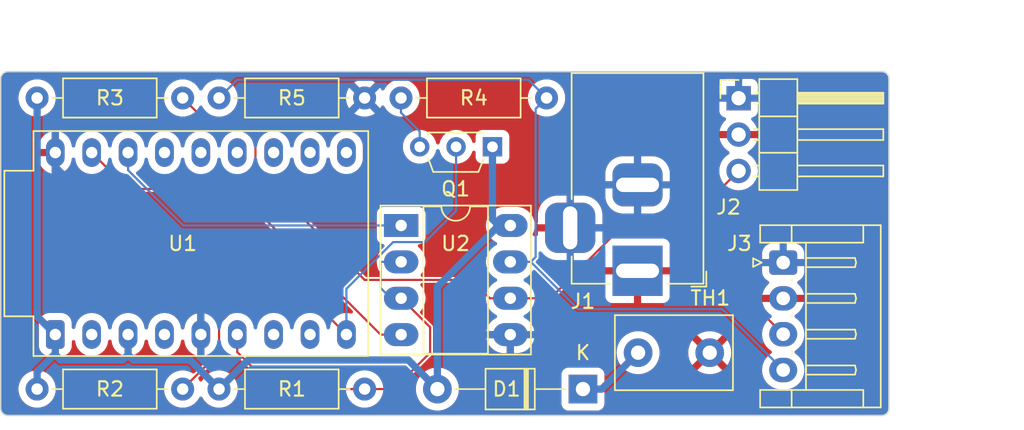
<source format=kicad_pcb>
(kicad_pcb (version 20240108) (generator "pcbnew") (generator_version "8.0")
  (layers (0 "F.Cu" signal) (31 "B.Cu" signal) (34 "B.Paste" user) (35 "F.Paste" user) (36 "B.SilkS" user "B.Silkscreen") (37 "F.SilkS" user "F.Silkscreen") (38 "B.Mask" user) (39 "F.Mask" user) (44 "Edge.Cuts" user))
  (net 0 "")
  (net 1 "GND")
  (net 2 "VCC")
  (net 3 "Net-(U1-CBUS0)")
  (net 4 "/~{EN_4PIN}")
  (net 5 "Net-(U1-TXD)")
  (net 6 "Net-(U1-RXD)")
  (net 7 "Net-(D1-K)")
  (net 8 "Net-(D1-A)")
  (net 9 "/RS485A")
  (net 10 "/RS485B")
  (net 11 "Net-(Q1-S)")
  (footprint "Resistor_THT:R_Axial_DIN0207_L6.3mm_D2.5mm_P10.16mm_Horizontal" (layer "F.Cu") (at 112.7 51.84 180)
    (property "Reference" "R3" (at 5.08 0 180) (layer "F.SilkS"))
    (property "Value" "5.1k")
    (fp_line (start 9.12 0) (end 8.35 0) (stroke (width 0.12)) (layer "F.SilkS"))
    (fp_line (start 8.35 1.37) (end 8.35 -1.37) (stroke (width 0.12)) (layer "F.SilkS"))
    (fp_line (start 8.35 -1.37) (end 1.81 -1.37) (stroke (width 0.12)) (layer "F.SilkS"))
    (fp_line (start 1.81 1.37) (end 8.35 1.37) (stroke (width 0.12)) (layer "F.SilkS"))
    (fp_line (start 1.81 -1.37) (end 1.81 1.37) (stroke (width 0.12)) (layer "F.SilkS"))
    (fp_line (start 1.04 0) (end 1.81 0) (stroke (width 0.12)) (layer "F.SilkS"))
    (pad "1" thru_hole circle (at 0 0 180) (size 1.6 1.6) (drill 0.8) (layers "*.Cu" "*.Mask") (net 9 "/RS485A"))
    (pad "2" thru_hole oval (at 10.16 0 180) (size 1.6 1.6) (drill 0.8) (layers "*.Cu" "*.Mask") (net 8 "Net-(D1-A)"))
  )
  (footprint "Resistor_THT:R_Axial_DIN0207_L6.3mm_D2.5mm_P10.16mm_Horizontal" (layer "F.Cu") (at 125.4 72.16 180)
    (property "Reference" "R1" (at 5.08 0 180) (layer "F.SilkS"))
    (property "Value" "5.1k")
    (fp_line (start 9.12 0) (end 8.35 0) (stroke (width 0.12)) (layer "F.SilkS"))
    (fp_line (start 8.35 1.37) (end 8.35 -1.37) (stroke (width 0.12)) (layer "F.SilkS"))
    (fp_line (start 8.35 -1.37) (end 1.81 -1.37) (stroke (width 0.12)) (layer "F.SilkS"))
    (fp_line (start 1.81 1.37) (end 8.35 1.37) (stroke (width 0.12)) (layer "F.SilkS"))
    (fp_line (start 1.81 -1.37) (end 1.81 1.37) (stroke (width 0.12)) (layer "F.SilkS"))
    (fp_line (start 1.04 0) (end 1.81 0) (stroke (width 0.12)) (layer "F.SilkS"))
    (pad "1" thru_hole circle (at 0 0 180) (size 1.6 1.6) (drill 0.8) (layers "*.Cu" "*.Mask") (net 3 "Net-(U1-CBUS0)"))
    (pad "2" thru_hole oval (at 10.16 0 180) (size 1.6 1.6) (drill 0.8) (layers "*.Cu" "*.Mask") (net 8 "Net-(D1-A)"))
  )
  (footprint "Resistor_THT:R_Axial_DIN0207_L6.3mm_D2.5mm_P10.16mm_Horizontal" (layer "F.Cu") (at 125.4 51.84 180)
    (property "Reference" "R5" (at 5.08 0 180) (layer "F.SilkS"))
    (property "Value" "5.1k")
    (fp_line (start 9.12 0) (end 8.35 0) (stroke (width 0.12)) (layer "F.SilkS"))
    (fp_line (start 8.35 1.37) (end 8.35 -1.37) (stroke (width 0.12)) (layer "F.SilkS"))
    (fp_line (start 8.35 -1.37) (end 1.81 -1.37) (stroke (width 0.12)) (layer "F.SilkS"))
    (fp_line (start 1.81 1.37) (end 8.35 1.37) (stroke (width 0.12)) (layer "F.SilkS"))
    (fp_line (start 1.81 -1.37) (end 1.81 1.37) (stroke (width 0.12)) (layer "F.SilkS"))
    (fp_line (start 1.04 0) (end 1.81 0) (stroke (width 0.12)) (layer "F.SilkS"))
    (pad "1" thru_hole circle (at 0 0 180) (size 1.6 1.6) (drill 0.8) (layers "*.Cu" "*.Mask") (net 1 "GND"))
    (pad "2" thru_hole oval (at 10.16 0 180) (size 1.6 1.6) (drill 0.8) (layers "*.Cu" "*.Mask") (net 10 "/RS485B"))
  )
  (footprint "Connector_JST:JST_EH_S4B-EH_1x04_P2.50mm_Horizontal" (layer "F.Cu") (at 154.6175 63.33 -90)
    (property "Reference" "J3" (at -1.33 3.0555 180) (layer "F.SilkS"))
    (property "Value" "Conn_01x04_Pin")
    (fp_line (start -0.3 2.1) (end 0.3 2.1) (stroke (width 0.12)) (layer "F.SilkS"))
    (fp_line (start 0.3 2.1) (end 0 1.5) (stroke (width 0.12)) (layer "F.SilkS"))
    (fp_line (start -2.61 1.61) (end -2.61 -6.81) (stroke (width 0.12)) (layer "F.SilkS"))
    (fp_line (start -1.39 1.61) (end -2.61 1.61) (stroke (width 0.12)) (layer "F.SilkS"))
    (fp_line (start 8.89 1.61) (end 8.89 -0.59) (stroke (width 0.12)) (layer "F.SilkS"))
    (fp_line (start 10.11 1.61) (end 8.89 1.61) (stroke (width 0.12)) (layer "F.SilkS"))
    (fp_line (start 0 1.5) (end -0.3 2.1) (stroke (width 0.12)) (layer "F.SilkS"))
    (fp_line (start -1.39 -0.59) (end -1.39 1.61) (stroke (width 0.12)) (layer "F.SilkS"))
    (fp_line (start -1.39 -0.59) (end -2.61 -0.59) (stroke (width 0.12)) (layer "F.SilkS"))
    (fp_line (start 1.17 -0.59) (end 1.33 -0.59) (stroke (width 0.12)) (layer "F.SilkS"))
    (fp_line (start 3.67 -0.59) (end 3.83 -0.59) (stroke (width 0.12)) (layer "F.SilkS"))
    (fp_line (start 6.17 -0.59) (end 6.33 -0.59) (stroke (width 0.12)) (layer "F.SilkS"))
    (fp_line (start 8.89 -0.59) (end 10.11 -0.59) (stroke (width 0.12)) (layer "F.SilkS"))
    (fp_line (start -1.39 -1.59) (end 8.89 -1.59) (stroke (width 0.12)) (layer "F.SilkS"))
    (fp_line (start -0.32 -1.59) (end -0.32 -5.01) (stroke (width 0.12)) (layer "F.SilkS"))
    (fp_line (start 0 -1.59) (end -0.32 -1.59) (stroke (width 0.12)) (layer "F.SilkS"))
    (fp_line (start 0.32 -1.59) (end 0 -1.59) (stroke (width 0.12)) (layer "F.SilkS"))
    (fp_line (start 2.18 -1.59) (end 2.18 -5.01) (stroke (width 0.12)) (layer "F.SilkS"))
    (fp_line (start 2.5 -1.59) (end 2.18 -1.59) (stroke (width 0.12)) (layer "F.SilkS"))
    (fp_line (start 2.82 -1.59) (end 2.5 -1.59) (stroke (width 0.12)) (layer "F.SilkS"))
    (fp_line (start 4.68 -1.59) (end 4.68 -5.01) (stroke (width 0.12)) (layer "F.SilkS"))
    (fp_line (start 5 -1.59) (end 4.68 -1.59) (stroke (width 0.12)) (layer "F.SilkS"))
    (fp_line (start 5.32 -1.59) (end 5 -1.59) (stroke (width 0.12)) (layer "F.SilkS"))
    (fp_line (start 7.18 -1.59) (end 7.18 -5.01) (stroke (width 0.12)) (layer "F.SilkS"))
    (fp_line (start 7.5 -1.59) (end 7.18 -1.59) (stroke (width 0.12)) (layer "F.SilkS"))
    (fp_line (start 7.82 -1.59) (end 7.5 -1.59) (stroke (width 0.12)) (layer "F.SilkS"))
    (fp_line (start -0.32 -5.01) (end 0 -5.09) (stroke (width 0.12)) (layer "F.SilkS"))
    (fp_line (start 0.32 -5.01) (end 0.32 -1.59) (stroke (width 0.12)) (layer "F.SilkS"))
    (fp_line (start 2.18 -5.01) (end 2.5 -5.09) (stroke (width 0.12)) (layer "F.SilkS"))
    (fp_line (start 2.82 -5.01) (end 2.82 -1.59) (stroke (width 0.12)) (layer "F.SilkS"))
    (fp_line (start 4.68 -5.01) (end 5 -5.09) (stroke (width 0.12)) (layer "F.SilkS"))
    (fp_line (start 5.32 -5.01) (end 5.32 -1.59) (stroke (width 0.12)) (layer "F.SilkS"))
    (fp_line (start 7.18 -5.01) (end 7.5 -5.09) (stroke (width 0.12)) (layer "F.SilkS"))
    (fp_line (start 7.82 -5.01) (end 7.82 -1.59) (stroke (width 0.12)) (layer "F.SilkS"))
    (fp_line (start 0 -5.09) (end 0.32 -5.01) (stroke (width 0.12)) (layer "F.SilkS"))
    (fp_line (start 2.5 -5.09) (end 2.82 -5.01) (stroke (width 0.12)) (layer "F.SilkS"))
    (fp_line (start 5 -5.09) (end 5.32 -5.01) (stroke (width 0.12)) (layer "F.SilkS"))
    (fp_line (start 7.5 -5.09) (end 7.82 -5.01) (stroke (width 0.12)) (layer "F.SilkS"))
    (fp_line (start -2.61 -5.59) (end -1.39 -5.59) (stroke (width 0.12)) (layer "F.SilkS"))
    (fp_line (start -1.39 -5.59) (end -1.39 -0.59) (stroke (width 0.12)) (layer "F.SilkS"))
    (fp_line (start 8.89 -5.59) (end 8.89 -0.59) (stroke (width 0.12)) (layer "F.SilkS"))
    (fp_line (start 10.11 -5.59) (end 8.89 -5.59) (stroke (width 0.12)) (layer "F.SilkS"))
    (fp_line (start -2.61 -6.81) (end 10.11 -6.81) (stroke (width 0.12)) (layer "F.SilkS"))
    (fp_line (start 10.11 -6.81) (end 10.11 1.61) (stroke (width 0.12)) (layer "F.SilkS"))
    (pad "1" thru_hole roundrect (at 0 0 270) (size 1.7 1.95) (drill 0.95) (layers "*.Cu" "*.Mask") (roundrect_rratio 0.147059) (net 1 "GND"))
    (pad "2" thru_hole oval (at 2.5 0 270) (size 1.7 1.95) (drill 0.95) (layers "*.Cu" "*.Mask") (net 2 "VCC"))
    (pad "3" thru_hole oval (at 5 0 270) (size 1.7 1.95) (drill 0.95) (layers "*.Cu" "*.Mask") (net 9 "/RS485A"))
    (pad "4" thru_hole oval (at 7.5 0 270) (size 1.7 1.95) (drill 0.95) (layers "*.Cu" "*.Mask") (net 10 "/RS485B"))
  )
  (footprint "Capacitor_THT:C_Disc_D8.0mm_W5.0mm_P5.00mm" (layer "F.Cu") (at 149.49 69.62 180)
    (property "Reference" "TH1" (at -0.04 3.81 180) (layer "F.SilkS"))
    (property "Value" "PTGL07AR820M9A51B0")
    (fp_line (start 6.62 -2.62) (end 6.62 2.62) (stroke (width 0.12)) (layer "F.SilkS"))
    (fp_line (start -1.62 2.62) (end 6.62 2.62) (stroke (width 0.12)) (layer "F.SilkS"))
    (fp_line (start -1.62 -2.62) (end 6.62 -2.62) (stroke (width 0.12)) (layer "F.SilkS"))
    (fp_line (start -1.62 -2.62) (end -1.62 2.62) (stroke (width 0.12)) (layer "F.SilkS"))
    (pad "1" thru_hole circle (at 0 0 180) (size 2 2) (drill 1) (layers "*.Cu" "*.Mask") (net 2 "VCC"))
    (pad "2" thru_hole circle (at 5 0 180) (size 2 2) (drill 1) (layers "*.Cu" "*.Mask") (net 7 "Net-(D1-K)"))
  )
  (footprint "Resistor_THT:R_Axial_DIN0207_L6.3mm_D2.5mm_P10.16mm_Horizontal" (layer "F.Cu") (at 112.7 72.16 180)
    (property "Reference" "R2" (at 5.08 0 180) (layer "F.SilkS"))
    (property "Value" "5.1k")
    (fp_line (start 9.12 0) (end 8.35 0) (stroke (width 0.12)) (layer "F.SilkS"))
    (fp_line (start 8.35 1.37) (end 8.35 -1.37) (stroke (width 0.12)) (layer "F.SilkS"))
    (fp_line (start 8.35 -1.37) (end 1.81 -1.37) (stroke (width 0.12)) (layer "F.SilkS"))
    (fp_line (start 1.81 1.37) (end 8.35 1.37) (stroke (width 0.12)) (layer "F.SilkS"))
    (fp_line (start 1.81 -1.37) (end 1.81 1.37) (stroke (width 0.12)) (layer "F.SilkS"))
    (fp_line (start 1.04 0) (end 1.81 0) (stroke (width 0.12)) (layer "F.SilkS"))
    (pad "1" thru_hole circle (at 0 0 180) (size 1.6 1.6) (drill 0.8) (layers "*.Cu" "*.Mask") (net 4 "/~{EN_4PIN}"))
    (pad "2" thru_hole oval (at 10.16 0 180) (size 1.6 1.6) (drill 0.8) (layers "*.Cu" "*.Mask") (net 8 "Net-(D1-A)"))
  )
  (footprint "Diode_THT:D_T-1_P10.16mm_Horizontal" (layer "F.Cu") (at 140.64 72.16 180)
    (property "Reference" "D1" (at 5.334 0 180) (layer "F.SilkS"))
    (property "Value" "11EQS03L")
    (fp_line (start 8.92 0) (end 6.8 0) (stroke (width 0.12)) (layer "F.SilkS"))
    (fp_line (start 6.8 1.42) (end 6.8 -1.42) (stroke (width 0.12)) (layer "F.SilkS"))
    (fp_line (start 6.8 -1.42) (end 3.36 -1.42) (stroke (width 0.12)) (layer "F.SilkS"))
    (fp_line (start 4.08 -1.42) (end 4.08 1.42) (stroke (width 0.12)) (layer "F.SilkS"))
    (fp_line (start 3.96 -1.42) (end 3.96 1.42) (stroke (width 0.12)) (layer "F.SilkS"))
    (fp_line (start 3.84 -1.42) (end 3.84 1.42) (stroke (width 0.12)) (layer "F.SilkS"))
    (fp_line (start 3.36 1.42) (end 6.8 1.42) (stroke (width 0.12)) (layer "F.SilkS"))
    (fp_line (start 3.36 -1.42) (end 3.36 1.42) (stroke (width 0.12)) (layer "F.SilkS"))
    (fp_line (start 1.24 0) (end 3.36 0) (stroke (width 0.12)) (layer "F.SilkS"))
    (fp_text user "K" (at 0 2.54 180) (layer "F.SilkS"))
    (pad "1" thru_hole rect (at 0 0 180) (size 2 2) (drill 1) (layers "*.Cu" "*.Mask") (net 7 "Net-(D1-K)"))
    (pad "2" thru_hole oval (at 10.16 0 180) (size 2 2) (drill 1) (layers "*.Cu" "*.Mask") (net 8 "Net-(D1-A)"))
  )
  (footprint "Package_TO_SOT_THT:TO-92S_Wide" (layer "F.Cu") (at 134.325 55.25 180)
    (property "Reference" "Q1" (at 2.575 -2.94 180) (layer "F.SilkS"))
    (property "Value" "2SJ498-D")
    (fp_line (start 4.47 0.975) (end 4.5 0.825) (stroke (width 0.12)) (layer "F.SilkS"))
    (fp_line (start 4.465 -0.85) (end 4.135 -1.75) (stroke (width 0.12)) (layer "F.SilkS"))
    (fp_line (start 4.135 -1.75) (end 0.985 -1.75) (stroke (width 0.12)) (layer "F.SilkS"))
    (fp_line (start 0.985 -1.75) (end 0.615 -0.85) (stroke (width 0.12)) (layer "F.SilkS"))
    (fp_line (start 0.62 1) (end 4.47 1) (stroke (width 0.12)) (layer "F.SilkS"))
    (pad "1" thru_hole rect (at 0 0 180) (size 1.35 1.35) (drill 0.75) (layers "*.Cu" "*.Mask") (net 8 "Net-(D1-A)"))
    (pad "2" thru_hole oval (at 2.54 0 180) (size 1.35 1.35) (drill 0.75) (layers "*.Cu" "*.Mask") (net 4 "/~{EN_4PIN}"))
    (pad "3" thru_hole oval (at 5.08 0 180) (size 1.35 1.35) (drill 0.75) (layers "*.Cu" "*.Mask") (net 11 "Net-(Q1-S)"))
  )
  (footprint "Package_DIP:DIP-8_W7.62mm_Socket_LongPads" (layer "F.Cu") (at 127.95 60.74)
    (property "Reference" "U2" (at 3.8 1.26 0) (layer "F.SilkS"))
    (property "Value" "LT1785AxN8")
    (fp_line (start -1.44 -1.39) (end -1.44 9.01) (stroke (width 0.12)) (layer "F.SilkS"))
    (fp_line (start -1.44 9.01) (end 9.06 9.01) (stroke (width 0.12)) (layer "F.SilkS"))
    (fp_line (start 1.56 -1.33) (end 1.56 8.95) (stroke (width 0.12)) (layer "F.SilkS"))
    (fp_line (start 1.56 8.95) (end 6.06 8.95) (stroke (width 0.12)) (layer "F.SilkS"))
    (fp_line (start 2.81 -1.33) (end 1.56 -1.33) (stroke (width 0.12)) (layer "F.SilkS"))
    (fp_line (start 6.06 -1.33) (end 4.81 -1.33) (stroke (width 0.12)) (layer "F.SilkS"))
    (fp_line (start 6.06 8.95) (end 6.06 -1.33) (stroke (width 0.12)) (layer "F.SilkS"))
    (fp_line (start 9.06 -1.39) (end -1.44 -1.39) (stroke (width 0.12)) (layer "F.SilkS"))
    (fp_line (start 9.06 9.01) (end 9.06 -1.39) (stroke (width 0.12)) (layer "F.SilkS"))
    (fp_arc (start 4.81 -1.33) (mid 3.81 -0.33) (end 2.81 -1.33) (stroke (width 0.12)) (layer "F.SilkS"))
    (pad "1" thru_hole rect (at 0 0) (size 2.4 1.6) (drill 0.8) (layers "*.Cu" "*.Mask") (net 6 "Net-(U1-RXD)"))
    (pad "2" thru_hole oval (at 0 2.54) (size 2.4 1.6) (drill 0.8) (layers "*.Cu" "*.Mask") (net 3 "Net-(U1-CBUS0)"))
    (pad "3" thru_hole oval (at 0 5.08) (size 2.4 1.6) (drill 0.8) (layers "*.Cu" "*.Mask") (net 3 "Net-(U1-CBUS0)"))
    (pad "4" thru_hole oval (at 0 7.62) (size 2.4 1.6) (drill 0.8) (layers "*.Cu" "*.Mask") (net 5 "Net-(U1-TXD)"))
    (pad "5" thru_hole oval (at 7.62 7.62) (size 2.4 1.6) (drill 0.8) (layers "*.Cu" "*.Mask") (net 1 "GND"))
    (pad "6" thru_hole oval (at 7.62 5.08) (size 2.4 1.6) (drill 0.8) (layers "*.Cu" "*.Mask") (net 9 "/RS485A"))
    (pad "7" thru_hole oval (at 7.62 2.54) (size 2.4 1.6) (drill 0.8) (layers "*.Cu" "*.Mask") (net 10 "/RS485B"))
    (pad "8" thru_hole oval (at 7.62 0) (size 2.4 1.6) (drill 0.8) (layers "*.Cu" "*.Mask") (net 8 "Net-(D1-A)"))
  )
  (footprint "FootprintLibrary:DIP-18_500_ELL" (layer "F.Cu") (at 113.97 62)
    (property "Reference" "U1" (at -1.27 0 0) (layer "F.SilkS"))
    (property "Value" "FT231XS_Breakout")
    (fp_line (start -13.716 -5.08) (end -13.716 5.08) (stroke (width 0.12)) (layer "F.SilkS"))
    (fp_line (start -13.716 5.08) (end -11.684 5.08) (stroke (width 0.12)) (layer "F.SilkS"))
    (fp_line (start -11.684 -7.85) (end -11.684 -5.08) (stroke (width 0.12)) (layer "F.SilkS"))
    (fp_line (start -11.684 -5.08) (end -13.716 -5.08) (stroke (width 0.12)) (layer "F.SilkS"))
    (fp_line (start -11.684 5.08) (end -11.684 7.849999) (stroke (width 0.12)) (layer "F.SilkS"))
    (fp_line (start -11.684 7.849999) (end 11.684 7.85) (stroke (width 0.12)) (layer "F.SilkS"))
    (fp_line (start 11.684 -7.849999) (end -11.684 -7.85) (stroke (width 0.12)) (layer "F.SilkS"))
    (fp_line (start 11.684 7.85) (end 11.684 -7.849999) (stroke (width 0.12)) (layer "F.SilkS"))
    (pad "1" thru_hole roundrect (at -10.16 6.35) (size 1.3 2) (drill 0.8) (layers "*.Cu" "*.Mask") (roundrect_rratio 0.2) (net 8 "Net-(D1-A)"))
    (pad "2" thru_hole oval (at -7.62 6.35) (size 1.3 2) (drill 0.8) (layers "*.Cu" "*.Mask"))
    (pad "3" thru_hole oval (at -5.08 6.35) (size 1.3 2) (drill 0.8) (layers "*.Cu" "*.Mask") (net 8 "Net-(D1-A)"))
    (pad "4" thru_hole oval (at -2.54 6.35) (size 1.3 2) (drill 0.8) (layers "*.Cu" "*.Mask"))
    (pad "5" thru_hole oval (at 0 6.35) (size 1.3 2) (drill 0.8) (layers "*.Cu" "*.Mask") (net 1 "GND"))
    (pad "6" thru_hole oval (at 2.54 6.35) (size 1.3 2) (drill 0.8) (layers "*.Cu" "*.Mask") (net 3 "Net-(U1-CBUS0)"))
    (pad "7" thru_hole oval (at 5.08 6.35) (size 1.3 2) (drill 0.8) (layers "*.Cu" "*.Mask"))
    (pad "8" thru_hole oval (at 7.62 6.35) (size 1.3 2) (drill 0.8) (layers "*.Cu" "*.Mask"))
    (pad "9" thru_hole oval (at 10.16 6.35) (size 1.3 2) (drill 0.8) (layers "*.Cu" "*.Mask") (net 4 "/~{EN_4PIN}"))
    (pad "10" thru_hole oval (at 10.16 -6.35) (size 1.3 2) (drill 0.8) (layers "*.Cu" "*.Mask"))
    (pad "11" thru_hole oval (at 7.62 -6.35) (size 1.3 2) (drill 0.8) (layers "*.Cu" "*.Mask"))
    (pad "12" thru_hole oval (at 5.08 -6.35) (size 1.3 2) (drill 0.8) (layers "*.Cu" "*.Mask"))
    (pad "13" thru_hole oval (at 2.54 -6.35) (size 1.3 2) (drill 0.8) (layers "*.Cu" "*.Mask"))
    (pad "14" thru_hole oval (at 0 -6.35) (size 1.3 2) (drill 0.8) (layers "*.Cu" "*.Mask"))
    (pad "15" thru_hole oval (at -2.54 -6.35) (size 1.3 2) (drill 0.8) (layers "*.Cu" "*.Mask"))
    (pad "16" thru_hole oval (at -5.08 -6.35) (size 1.3 2) (drill 0.8) (layers "*.Cu" "*.Mask") (net 6 "Net-(U1-RXD)"))
    (pad "17" thru_hole oval (at -7.62 -6.35) (size 1.3 2) (drill 0.8) (layers "*.Cu" "*.Mask") (net 5 "Net-(U1-TXD)"))
    (pad "18" thru_hole oval (at -10.16 -6.35) (size 1.3 2) (drill 0.8) (layers "*.Cu" "*.Mask") (net 1 "GND"))
  )
  (footprint "Connector_BarrelJack:BarrelJack_Horizontal" (layer "F.Cu") (at 144.45 63.905 -90)
    (property "Reference" "J1" (at 2.128 3.81 180) (layer "F.SilkS"))
    (property "Value" "MJ-179PH")
    (fp_line (start -13.8 4.6) (end -13.8 -4.6) (stroke (width 0.12)) (layer "F.SilkS"))
    (fp_line (start -5 4.6) (end -13.8 4.6) (stroke (width 0.12)) (layer "F.SilkS"))
    (fp_line (start 0.9 4.6) (end -1 4.6) (stroke (width 0.12)) (layer "F.SilkS"))
    (fp_line (start 0.9 1.9) (end 0.9 4.6) (stroke (width 0.12)) (layer "F.SilkS"))
    (fp_line (start 1.1 -3.75) (end 1.1 -4.8) (stroke (width 0.12)) (layer "F.SilkS"))
    (fp_line (start -13.8 -4.6) (end 0.9 -4.6) (stroke (width 0.12)) (layer "F.SilkS"))
    (fp_line (start 0.9 -4.6) (end 0.9 -2) (stroke (width 0.12)) (layer "F.SilkS"))
    (fp_line (start 0.05 -4.8) (end 1.1 -4.8) (stroke (width 0.12)) (layer "F.SilkS"))
    (pad "1" thru_hole rect (at 0 0 270) (size 3.5 3.5) (drill oval 1 3) (layers "*.Cu" "*.Mask") (net 2 "VCC"))
    (pad "2" thru_hole roundrect (at -6 0 270) (size 3 3.5) (drill oval 1 3) (layers "*.Cu" "*.Mask") (net 1 "GND"))
    (pad "3" thru_hole roundrect (at -3 4.7 270) (size 3.5 3.5) (drill oval 3 1) (layers "*.Cu" "*.Mask") (net 1 "GND"))
  )
  (footprint "Connector_PinHeader_2.54mm:PinHeader_1x03_P2.54mm_Horizontal" (layer "F.Cu") (at 151.505 51.855)
    (property "Reference" "J2" (at -0.705 7.605 0) (layer "F.SilkS"))
    (property "Value" "Conn_01x03_Pin")
    (fp_line (start -1.27 -1.27) (end 0 -1.27) (stroke (width 0.12)) (layer "F.SilkS"))
    (fp_line (start -1.27 0) (end -1.27 -1.27) (stroke (width 0.12)) (layer "F.SilkS"))
    (fp_line (start 1.042929 2.16) (end 1.44 2.16) (stroke (width 0.12)) (layer "F.SilkS"))
    (fp_line (start 1.042929 2.92) (end 1.44 2.92) (stroke (width 0.12)) (layer "F.SilkS"))
    (fp_line (start 1.042929 4.7) (end 1.44 4.7) (stroke (width 0.12)) (layer "F.SilkS"))
    (fp_line (start 1.042929 5.46) (end 1.44 5.46) (stroke (width 0.12)) (layer "F.SilkS"))
    (fp_line (start 1.11 -0.38) (end 1.44 -0.38) (stroke (width 0.12)) (layer "F.SilkS"))
    (fp_line (start 1.11 0.38) (end 1.44 0.38) (stroke (width 0.12)) (layer "F.SilkS"))
    (fp_line (start 1.44 -1.33) (end 1.44 6.41) (stroke (width 0.12)) (layer "F.SilkS"))
    (fp_line (start 1.44 1.27) (end 4.1 1.27) (stroke (width 0.12)) (layer "F.SilkS"))
    (fp_line (start 1.44 3.81) (end 4.1 3.81) (stroke (width 0.12)) (layer "F.SilkS"))
    (fp_line (start 1.44 6.41) (end 4.1 6.41) (stroke (width 0.12)) (layer "F.SilkS"))
    (fp_line (start 4.1 -1.33) (end 1.44 -1.33) (stroke (width 0.12)) (layer "F.SilkS"))
    (fp_line (start 4.1 -0.38) (end 10.1 -0.38) (stroke (width 0.12)) (layer "F.SilkS"))
    (fp_line (start 4.1 -0.32) (end 10.1 -0.32) (stroke (width 0.12)) (layer "F.SilkS"))
    (fp_line (start 4.1 -0.2) (end 10.1 -0.2) (stroke (width 0.12)) (layer "F.SilkS"))
    (fp_line (start 4.1 -0.08) (end 10.1 -0.08) (stroke (width 0.12)) (layer "F.SilkS"))
    (fp_line (start 4.1 0.04) (end 10.1 0.04) (stroke (width 0.12)) (layer "F.SilkS"))
    (fp_line (start 4.1 0.16) (end 10.1 0.16) (stroke (width 0.12)) (layer "F.SilkS"))
    (fp_line (start 4.1 0.28) (end 10.1 0.28) (stroke (width 0.12)) (layer "F.SilkS"))
    (fp_line (start 4.1 2.16) (end 10.1 2.16) (stroke (width 0.12)) (layer "F.SilkS"))
    (fp_line (start 4.1 4.7) (end 10.1 4.7) (stroke (width 0.12)) (layer "F.SilkS"))
    (fp_line (start 4.1 6.41) (end 4.1 -1.33) (stroke (width 0.12)) (layer "F.SilkS"))
    (fp_line (start 10.1 -0.38) (end 10.1 0.38) (stroke (width 0.12)) (layer "F.SilkS"))
    (fp_line (start 10.1 0.38) (end 4.1 0.38) (stroke (width 0.12)) (layer "F.SilkS"))
    (fp_line (start 10.1 2.16) (end 10.1 2.92) (stroke (width 0.12)) (layer "F.SilkS"))
    (fp_line (start 10.1 2.92) (end 4.1 2.92) (stroke (width 0.12)) (layer "F.SilkS"))
    (fp_line (start 10.1 4.7) (end 10.1 5.46) (stroke (width 0.12)) (layer "F.SilkS"))
    (fp_line (start 10.1 5.46) (end 4.1 5.46) (stroke (width 0.12)) (layer "F.SilkS"))
    (pad "1" thru_hole rect (at 0 0) (size 1.7 1.7) (drill 1) (layers "*.Cu" "*.Mask") (net 1 "GND"))
    (pad "2" thru_hole oval (at 0 2.54) (size 1.7 1.7) (drill 1) (layers "*.Cu" "*.Mask") (net 2 "VCC"))
    (pad "3" thru_hole oval (at 0 5.08) (size 1.7 1.7) (drill 1) (layers "*.Cu" "*.Mask") (net 9 "/RS485A"))
  )
  (footprint "Resistor_THT:R_Axial_DIN0207_L6.3mm_D2.5mm_P10.16mm_Horizontal" (layer "F.Cu") (at 138.1 51.84 180)
    (property "Reference" "R4" (at 5.08 0 180) (layer "F.SilkS"))
    (property "Value" "5.1k")
    (fp_line (start 9.12 0) (end 8.35 0) (stroke (width 0.12)) (layer "F.SilkS"))
    (fp_line (start 8.35 1.37) (end 8.35 -1.37) (stroke (width 0.12)) (layer "F.SilkS"))
    (fp_line (start 8.35 -1.37) (end 1.81 -1.37) (stroke (width 0.12)) (layer "F.SilkS"))
    (fp_line (start 1.81 1.37) (end 8.35 1.37) (stroke (width 0.12)) (layer "F.SilkS"))
    (fp_line (start 1.81 -1.37) (end 1.81 1.37) (stroke (width 0.12)) (layer "F.SilkS"))
    (fp_line (start 1.04 0) (end 1.81 0) (stroke (width 0.12)) (layer "F.SilkS"))
    (pad "1" thru_hole circle (at 0 0 180) (size 1.6 1.6) (drill 0.8) (layers "*.Cu" "*.Mask") (net 10 "/RS485B"))
    (pad "2" thru_hole oval (at 10.16 0 180) (size 1.6 1.6) (drill 0.8) (layers "*.Cu" "*.Mask") (net 11 "Net-(Q1-S)"))
  )
  (gr_arc (start 100.5 74) (mid 100.146447 73.853553) (end 100 73.5) (stroke (width 0.1)) (layer "Edge.Cuts"))
  (gr_arc (start 100 50.5) (mid 100.146447 50.146447) (end 100.5 50) (stroke (width 0.1)) (layer "Edge.Cuts"))
  (gr_line (start 100 73.5) (end 100 50.5) (stroke (width 0.1)) (layer "Edge.Cuts"))
  (gr_arc (start 162 73.5) (mid 161.853553 73.853553) (end 161.5 74) (stroke (width 0.1)) (layer "Edge.Cuts"))
  (gr_line (start 162 50.5) (end 162 73.5) (stroke (width 0.1)) (layer "Edge.Cuts"))
  (gr_arc (start 161.5 50) (mid 161.853553 50.146447) (end 162 50.5) (stroke (width 0.1)) (layer "Edge.Cuts"))
  (gr_line (start 100.5 50) (end 161.5 50) (stroke (width 0.1)) (layer "Edge.Cuts"))
  (gr_line (start 161.5 74) (end 100.5 74) (stroke (width 0.1)) (layer "Edge.Cuts"))
  (segment (start 103.81 56.666) (end 103.81 55.65) (width 0.508) (layer "B.Cu") (net 1))
  (segment (start 113.97 66.826) (end 103.81 56.666) (width 0.508) (layer "B.Cu") (net 1))
  (segment (start 113.97 68.35) (end 113.97 66.826) (width 0.508) (layer "B.Cu") (net 1))
  (segment (start 127.95 65.82) (end 129.972 67.842) (width 0.1524) (layer "F.Cu") (net 3))
  (segment (start 129.972 69.62) (end 127.432 72.16) (width 0.1524) (layer "F.Cu") (net 3))
  (segment (start 125.4 72.16) (end 119.0897 72.16) (width 0.1524) (layer "F.Cu") (net 3))
  (segment (start 119.0897 72.16) (end 116.51 69.5803) (width 0.1524) (layer "F.Cu") (net 3))
  (segment (start 129.972 67.842) (end 129.972 69.62) (width 0.1524) (layer "F.Cu") (net 3))
  (segment (start 116.51 68.35) (end 116.51 69.5803) (width 0.1524) (layer "F.Cu") (net 3))
  (segment (start 127.432 72.16) (end 125.4 72.16) (width 0.1524) (layer "F.Cu") (net 3))
  (segment (start 126.5197 63.28) (end 126.5197 65.1048) (width 0.1524) (layer "B.Cu") (net 3))
  (segment (start 127.95 63.28) (end 126.5197 63.28) (width 0.1524) (layer "B.Cu") (net 3))
  (segment (start 127.95 65.82) (end 127.2349 65.82) (width 0.1524) (layer "B.Cu") (net 3))
  (segment (start 126.5197 65.1048) (end 127.2349 65.82) (width 0.1524) (layer "B.Cu") (net 3))
  (segment (start 115.24 67.588) (end 116.256 66.572) (width 0.1524) (layer "F.Cu") (net 4))
  (segment (start 116.256 66.572) (end 122.352 66.572) (width 0.1524) (layer "F.Cu") (net 4))
  (segment (start 122.352 66.572) (end 124.13 68.35) (width 0.1524) (layer "F.Cu") (net 4))
  (segment (start 112.7 72.16) (end 115.24 69.62) (width 0.1524) (layer "F.Cu") (net 4))
  (segment (start 115.24 69.62) (end 115.24 67.588) (width 0.1524) (layer "F.Cu") (net 4))
  (segment (start 124.13 65.1595) (end 124.13 68.35) (width 0.1524) (layer "B.Cu") (net 4))
  (segment (start 131.785 59.7237) (end 129.6099 61.8988) (width 0.1524) (layer "B.Cu") (net 4))
  (segment (start 131.785 55.25) (end 131.785 59.7237) (width 0.1524) (layer "B.Cu") (net 4))
  (segment (start 129.6099 61.8988) (end 127.3907 61.8988) (width 0.1524) (layer "B.Cu") (net 4))
  (segment (start 127.3907 61.8988) (end 124.13 65.1595) (width 0.1524) (layer "B.Cu") (net 4))
  (segment (start 126.5197 68.36) (end 116.3497 58.19) (width 0.1524) (layer "F.Cu") (net 5))
  (segment (start 116.3497 58.19) (end 108.89 58.19) (width 0.1524) (layer "F.Cu") (net 5))
  (segment (start 108.89 58.19) (end 106.35 55.65) (width 0.1524) (layer "F.Cu") (net 5))
  (segment (start 127.95 68.36) (end 126.5197 68.36) (width 0.1524) (layer "F.Cu") (net 5))
  (segment (start 108.89 55.65) (end 108.89 56.8803) (width 0.1524) (layer "B.Cu") (net 6))
  (segment (start 127.95 60.74) (end 112.7497 60.74) (width 0.1524) (layer "B.Cu") (net 6))
  (segment (start 112.7497 60.74) (end 108.89 56.8803) (width 0.1524) (layer "B.Cu") (net 6))
  (segment (start 140.64 72.16) (end 141.95 72.16) (width 0.508) (layer "B.Cu") (net 7))
  (segment (start 141.95 72.16) (end 144.49 69.62) (width 0.508) (layer "B.Cu") (net 7))
  (segment (start 103.81 69.7581) (end 103.81 68.35) (width 0.508) (layer "B.Cu") (net 8))
  (segment (start 117.272 70.128) (end 128.448 70.128) (width 0.508) (layer "B.Cu") (net 8))
  (segment (start 108.89 68.35) (end 108.89 69.7581) (width 0.508) (layer "B.Cu") (net 8))
  (segment (start 102.54 72.16) (end 102.54 70.9519) (width 0.508) (layer "B.Cu") (net 8))
  (segment (start 103.7338 69.7581) (end 103.81 69.7581) (width 0.508) (layer "B.Cu") (net 8))
  (segment (start 104.1799 70.128) (end 108.5201 70.128) (width 0.508) (layer "B.Cu") (net 8))
  (segment (start 109.2599 70.128) (end 108.89 69.7581) (width 0.508) (layer "B.Cu") (net 8))
  (segment (start 113.208 70.128) (end 109.2599 70.128) (width 0.508) (layer "B.Cu") (net 8))
  (segment (start 102.54 51.84) (end 102.54 67.08) (width 0.508) (layer "B.Cu") (net 8))
  (segment (start 128.448 70.128) (end 130.48 72.16) (width 0.508) (layer "B.Cu") (net 8))
  (segment (start 108.5201 70.128) (end 108.89 69.7581) (width 0.508) (layer "B.Cu") (net 8))
  (segment (start 115.24 72.16) (end 113.208 70.128) (width 0.508) (layer "B.Cu") (net 8))
  (segment (start 115.24 72.16) (end 117.272 70.128) (width 0.508) (layer "B.Cu") (net 8))
  (segment (start 134.766 60.74) (end 134.325 60.299) (width 0.508) (layer "B.Cu") (net 8))
  (segment (start 102.54 70.9519) (end 103.7338 69.7581) (width 0.508) (layer "B.Cu") (net 8))
  (segment (start 103.81 69.7581) (end 104.1799 70.128) (width 0.508) (layer "B.Cu") (net 8))
  (segment (start 135.57 60.74) (end 134.766 60.74) (width 0.508) (layer "B.Cu") (net 8))
  (segment (start 134.325 60.299) (end 134.325 55.25) (width 0.508) (layer "B.Cu") (net 8))
  (segment (start 130.48 65.026) (end 134.766 60.74) (width 0.508) (layer "B.Cu") (net 8))
  (segment (start 102.54 67.08) (end 103.81 68.35) (width 0.508) (layer "B.Cu") (net 8))
  (segment (start 130.48 72.16) (end 130.48 65.026) (width 0.508) (layer "B.Cu") (net 8))
  (segment (start 117.78 54.1991) (end 116.981 53.4001) (width 0.1524) (layer "F.Cu") (net 9))
  (segment (start 143.2905 60.8938) (end 138.3643 65.82) (width 0.1524) (layer "F.Cu") (net 9))
  (segment (start 147.5462 60.8938) (end 146.4659 60.8938) (width 0.1524) (layer "F.Cu") (net 9))
  (segment (start 146.4659 60.8938) (end 147.1813 60.8938) (width 0.1524) (layer "F.Cu") (net 9))
  (segment (start 114.2601 53.4001) (end 112.7 51.84) (width 0.1524) (layer "F.Cu") (net 9))
  (segment (start 134.1397 65.82) (end 132.8597 64.54) (width 0.1524) (layer "F.Cu") (net 9))
  (segment (start 138.3643 65.82) (end 135.57 65.82) (width 0.1524) (layer "F.Cu") (net 9))
  (segment (start 151.505 56.935) (end 147.5462 60.8938) (width 0.1524) (layer "F.Cu") (net 9))
  (segment (start 116.981 53.4001) (end 114.2601 53.4001) (width 0.1524) (layer "F.Cu") (net 9))
  (segment (start 125.4 64.54) (end 117.78 56.92) (width 0.1524) (layer "F.Cu") (net 9))
  (segment (start 135.57 65.82) (end 134.1397 65.82) (width 0.1524) (layer "F.Cu") (net 9))
  (segment (start 146.4659 60.8938) (end 143.2905 60.8938) (width 0.1524) (layer "F.Cu") (net 9))
  (segment (start 147.1813 60.8938) (end 154.6175 68.33) (width 0.1524) (layer "F.Cu") (net 9))
  (segment (start 117.78 56.92) (end 117.78 54.1991) (width 0.1524) (layer "F.Cu") (net 9))
  (segment (start 132.8597 64.54) (end 125.4 64.54) (width 0.1524) (layer "F.Cu") (net 9))
  (segment (start 140.2923 66.572) (end 137.0003 63.28) (width 0.1524) (layer "B.Cu") (net 10))
  (segment (start 150.3595 66.572) (end 140.2923 66.572) (width 0.1524) (layer "B.Cu") (net 10))
  (segment (start 116.51 50.57) (end 115.24 51.84) (width 0.1524) (layer "B.Cu") (net 10))
  (segment (start 135.57 63.28) (end 137.0003 63.28) (width 0.1524) (layer "B.Cu") (net 10))
  (segment (start 154.6175 70.83) (end 150.3595 66.572) (width 0.1524) (layer "B.Cu") (net 10))
  (segment (start 138.1 51.84) (end 137.338 52.602) (width 0.1524) (layer "B.Cu") (net 10))
  (segment (start 138.1 51.84) (end 136.83 50.57) (width 0.1524) (layer "B.Cu") (net 10))
  (segment (start 137.338 52.602) (end 137.338 62.9423) (width 0.1524) (layer "B.Cu") (net 10))
  (segment (start 136.83 50.57) (end 116.51 50.57) (width 0.1524) (layer "B.Cu") (net 10))
  (segment (start 137.338 62.9423) (end 137.0003 63.28) (width 0.1524) (layer "B.Cu") (net 10))
  (segment (start 129.245 54.1753) (end 129.245 55.25) (width 0.1524) (layer "B.Cu") (net 11))
  (segment (start 127.94 51.84) (end 127.94 52.8703) (width 0.1524) (layer "B.Cu") (net 11))
  (segment (start 127.94 52.8703) (end 129.245 54.1753) (width 0.1524) (layer "B.Cu") (net 11))
  (zone (net 2) (net_name "VCC") (layer "F.Cu") (priority 1) (connect_pads (clearance 0.5)) (min_thickness 0.25) (fill yes (thermal_gap 0.5) (thermal_bridge_width 0.5))
    (polygon (pts (xy 137.084 62) (xy 146.736 62) (xy 146.736 49.808) (xy 161.976 49.808) (xy 161.976 74.192) (xy 137.084 74.192)))
  )
  (zone (net 1) (net_name "GND") (layers "F&B.Cu") (connect_pads (clearance 0.5)) (min_thickness 0.25) (fill yes (thermal_gap 0.5) (thermal_bridge_width 0.5))
    (polygon (pts (xy 100 49.808) (xy 161.976 49.808) (xy 161.976 74.192) (xy 100 74.192)))
  )
)
</source>
